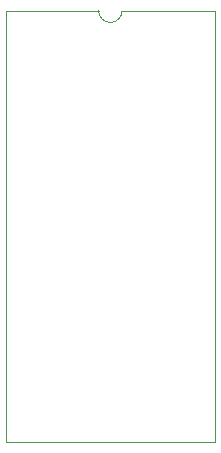
<source format=gbr>
G04 #@! TF.GenerationSoftware,KiCad,Pcbnew,(5.1.4)-1*
G04 #@! TF.CreationDate,2021-03-20T01:01:25-04:00*
G04 #@! TF.ProjectId,27c256_to_82s123,32376332-3536-45f7-946f-5f3832733132,rev?*
G04 #@! TF.SameCoordinates,Original*
G04 #@! TF.FileFunction,Profile,NP*
%FSLAX46Y46*%
G04 Gerber Fmt 4.6, Leading zero omitted, Abs format (unit mm)*
G04 Created by KiCad (PCBNEW (5.1.4)-1) date 2021-03-20 01:01:25*
%MOMM*%
%LPD*%
G04 APERTURE LIST*
%ADD10C,0.050000*%
G04 APERTURE END LIST*
D10*
X173750000Y-85500000D02*
X165860000Y-85500000D01*
X164870000Y-86490000D02*
G75*
G02X163880000Y-85500000I0J990000D01*
G01*
X165860000Y-85500000D02*
G75*
G02X164870000Y-86490000I-990000J0D01*
G01*
X156000000Y-85500000D02*
X156000000Y-122000000D01*
X173750000Y-122000000D02*
X173750000Y-85500000D01*
X156000000Y-122000000D02*
X173750000Y-122000000D01*
X163880000Y-85500000D02*
X156000000Y-85500000D01*
M02*

</source>
